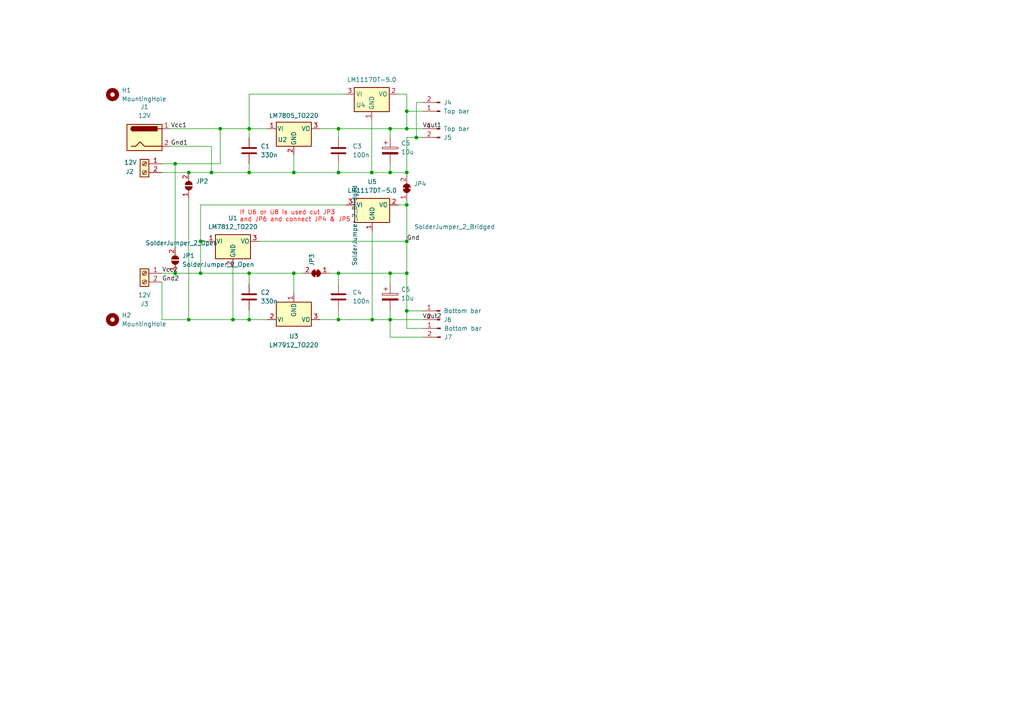
<source format=kicad_sch>
(kicad_sch (version 20231120) (generator "eeschema") (generator_version "8.0")
  (paper "A4")
  (title_block (title "Configurable Breadboard PSU") (date "2023-11-24") (rev "1.1.0"))
  (lib_symbols
    (symbol "Connector:Conn_01x02_Pin" (pin_names (offset 1.016) hide)
      (property "Reference" "J" (at 0 2.54 0))
      (property "Value" "Conn_01x02_Pin" (at 0 -5.08 0))
      (symbol "Conn_01x02_Pin_1_1"
        (polyline (pts (xy 1.27 -2.54) (xy 0.8636 -2.54)) (stroke (width 0.1524)))
        (polyline (pts (xy 1.27 0) (xy 0.8636 0)) (stroke (width 0.1524)))
        (rectangle (start 0.8636 -2.413) (end 0 -2.667) (stroke (width 0.1524)) (fill (type outline)))
        (rectangle (start 0.8636 0.127) (end 0 -0.127) (stroke (width 0.1524)) (fill (type outline)))
        (pin passive line (at 5.08 0 180) (length 3.81) (name "Pin_1") (number "1"))
        (pin passive line (at 5.08 -2.54 180) (length 3.81) (name "Pin_2") (number "2"))
      )
    )
    (symbol "Connector:Jack-DC" (pin_names (offset 1.016))
      (property "Reference" "J" (at 0 5.334 0))
      (property "Value" "Jack-DC" (at 0 -5.08 0))
      (symbol "Jack-DC_0_1"
        (rectangle (start -5.08 3.81) (end 5.08 -3.81) (stroke (width 0.254)) (fill (type background)))
        (arc (start -3.302 3.175) (mid -3.9343 2.54) (end -3.302 1.905) (stroke (width 0.254)))
        (arc (start -3.302 3.175) (mid -3.9343 2.54) (end -3.302 1.905) (stroke (width 0.254)) (fill (type outline)))
        (polyline (pts (xy 5.08 2.54) (xy 3.81 2.54)) (stroke (width 0.254)))
        (polyline (pts (xy -3.81 -2.54) (xy -2.54 -2.54) (xy -1.27 -1.27) (xy 0 -2.54) (xy 2.54 -2.54) (xy 5.08 -2.54)) (stroke (width 0.254)))
        (rectangle (start 3.683 3.175) (end -3.302 1.905) (stroke (width 0.254)) (fill (type outline)))
      )
      (symbol "Jack-DC_1_1"
        (pin passive line (at 7.62 2.54 180) (length 2.54) (name "~") (number "1"))
        (pin passive line (at 7.62 -2.54 180) (length 2.54) (name "~") (number "2"))
      )
    )
    (symbol "Connector:Screw_Terminal_01x02" (pin_names (offset 1.016) hide)
      (property "Reference" "J" (at 0 2.54 0))
      (property "Value" "Screw_Terminal_01x02" (at 0 -5.08 0))
      (symbol "Screw_Terminal_01x02_1_1"
        (rectangle (start -1.27 1.27) (end 1.27 -3.81) (stroke (width 0.254)) (fill (type background)))
        (circle (center 0 -2.54) (radius 0.635) (stroke (width 0.1524)))
        (polyline (pts (xy -0.5334 -2.2098) (xy 0.3302 -3.048)) (stroke (width 0.1524)))
        (polyline (pts (xy -0.5334 0.3302) (xy 0.3302 -0.508)) (stroke (width 0.1524)))
        (polyline (pts (xy -0.3556 -2.032) (xy 0.508 -2.8702)) (stroke (width 0.1524)))
        (polyline (pts (xy -0.3556 0.508) (xy 0.508 -0.3302)) (stroke (width 0.1524)))
        (circle (center 0 0) (radius 0.635) (stroke (width 0.1524)))
        (pin passive line (at -5.08 0 0) (length 3.81) (name "Pin_1") (number "1"))
        (pin passive line (at -5.08 -2.54 0) (length 3.81) (name "Pin_2") (number "2"))
      )
    )
    (symbol "Device:C" (pin_numbers hide) (pin_names (offset 0.254))
      (property "Reference" "C" (at 0.635 2.54 0))
      (property "Value" "C" (at 0.635 -2.54 0))
      (symbol "C_0_1"
        (polyline (pts (xy -2.032 -0.762) (xy 2.032 -0.762)) (stroke (width 0.508)))
        (polyline (pts (xy -2.032 0.762) (xy 2.032 0.762)) (stroke (width 0.508)))
      )
      (symbol "C_1_1"
        (pin passive line (at 0 3.81 270) (length 2.794) (name "~") (number "1"))
        (pin passive line (at 0 -3.81 90) (length 2.794) (name "~") (number "2"))
      )
    )
    (symbol "Device:C_Polarized" (pin_numbers hide) (pin_names (offset 0.254))
      (property "Reference" "C" (at 0.635 2.54 0))
      (property "Value" "C_Polarized" (at 0.635 -2.54 0))
      (symbol "C_Polarized_0_1"
        (rectangle (start -2.286 0.508) (end 2.286 1.016))
        (polyline (pts (xy -1.778 2.286) (xy -0.762 2.286)))
        (polyline (pts (xy -1.27 2.794) (xy -1.27 1.778)))
        (rectangle (start 2.286 -0.508) (end -2.286 -1.016) (fill (type outline)))
      )
      (symbol "C_Polarized_1_1"
        (pin passive line (at 0 3.81 270) (length 2.794) (name "~") (number "1"))
        (pin passive line (at 0 -3.81 90) (length 2.794) (name "~") (number "2"))
      )
    )
    (symbol "Jumper:SolderJumper_2_Bridged" (pin_names (offset 0) hide)
      (property "Reference" "JP" (at 0 2.032 0))
      (property "Value" "SolderJumper_2_Bridged" (at 0 -2.54 0))
      (symbol "SolderJumper_2_Bridged_0_1"
        (rectangle (start -0.508 0.508) (end 0.508 -0.508) (fill (type outline)))
        (arc (start -0.254 1.016) (mid -1.2656 0) (end -0.254 -1.016))
        (arc (start -0.254 1.016) (mid -1.2656 0) (end -0.254 -1.016) (fill (type outline)))
        (polyline (pts (xy -0.254 1.016) (xy -0.254 -1.016)))
        (polyline (pts (xy 0.254 1.016) (xy 0.254 -1.016)))
        (arc (start 0.254 -1.016) (mid 1.2656 0) (end 0.254 1.016))
        (arc (start 0.254 -1.016) (mid 1.2656 0) (end 0.254 1.016) (fill (type outline)))
      )
      (symbol "SolderJumper_2_Bridged_1_1"
        (pin passive line (at -3.81 0 0) (length 2.54) (name "A") (number "1"))
        (pin passive line (at 3.81 0 180) (length 2.54) (name "B") (number "2"))
      )
    )
    (symbol "Jumper:SolderJumper_2_Open" (pin_names (offset 0) hide)
      (property "Reference" "JP" (at 0 2.032 0))
      (property "Value" "SolderJumper_2_Open" (at 0 -2.54 0))
      (symbol "SolderJumper_2_Open_0_1"
        (arc (start -0.254 1.016) (mid -1.2656 0) (end -0.254 -1.016))
        (arc (start -0.254 1.016) (mid -1.2656 0) (end -0.254 -1.016) (fill (type outline)))
        (polyline (pts (xy -0.254 1.016) (xy -0.254 -1.016)))
        (polyline (pts (xy 0.254 1.016) (xy 0.254 -1.016)))
        (arc (start 0.254 -1.016) (mid 1.2656 0) (end 0.254 1.016))
        (arc (start 0.254 -1.016) (mid 1.2656 0) (end 0.254 1.016) (fill (type outline)))
      )
      (symbol "SolderJumper_2_Open_1_1"
        (pin passive line (at -3.81 0 0) (length 2.54) (name "A") (number "1"))
        (pin passive line (at 3.81 0 180) (length 2.54) (name "B") (number "2"))
      )
    )
    (symbol "Mechanical:MountingHole" (pin_names (offset 1.016))
      (property "Reference" "H" (at 0 5.08 0))
      (property "Value" "MountingHole" (at 0 3.175 0))
      (symbol "MountingHole_0_1"
        (circle (center 0 0) (radius 1.27) (stroke (width 1.27)))
      )
    )
    (symbol "Regulator_Linear:LM1117DT-1.8"
      (property "Reference" "U" (at -3.81 3.175 0))
      (property "Value" "LM1117DT-1.8" (at 0 3.175 0))
      (symbol "LM1117DT-1.8_0_1"
        (rectangle (start -5.08 -5.08) (end 5.08 1.905) (stroke (width 0.254)) (fill (type background)))
      )
      (symbol "LM1117DT-1.8_1_1"
        (pin power_in line (at 0 -7.62 90) (length 2.54) (name "GND") (number "1"))
        (pin power_out line (at 7.62 0 180) (length 2.54) (name "VO") (number "2"))
        (pin power_in line (at -7.62 0 0) (length 2.54) (name "VI") (number "3"))
      )
    )
    (symbol "Regulator_Linear:LM7805_TO220" (pin_names (offset 0.254))
      (property "Reference" "U" (at -3.81 3.175 0))
      (property "Value" "LM7805_TO220" (at 0 3.175 0))
      (symbol "LM7805_TO220_0_1"
        (rectangle (start -5.08 1.905) (end 5.08 -5.08) (stroke (width 0.254)) (fill (type background)))
      )
      (symbol "LM7805_TO220_1_1"
        (pin power_in line (at -7.62 0 0) (length 2.54) (name "VI") (number "1"))
        (pin power_in line (at 0 -7.62 90) (length 2.54) (name "GND") (number "2"))
        (pin power_out line (at 7.62 0 180) (length 2.54) (name "VO") (number "3"))
      )
    )
    (symbol "Regulator_Linear:LM7812_TO220" (pin_names (offset 0.254))
      (property "Reference" "U" (at -3.81 3.175 0))
      (property "Value" "LM7812_TO220" (at 0 3.175 0))
      (symbol "LM7812_TO220_0_1"
        (rectangle (start -5.08 1.905) (end 5.08 -5.08) (stroke (width 0.254)) (fill (type background)))
      )
      (symbol "LM7812_TO220_1_1"
        (pin power_in line (at -7.62 0 0) (length 2.54) (name "VI") (number "1"))
        (pin power_in line (at 0 -7.62 90) (length 2.54) (name "GND") (number "2"))
        (pin power_out line (at 7.62 0 180) (length 2.54) (name "VO") (number "3"))
      )
    )
    (symbol "Regulator_Linear:LM7912_TO220" (pin_names (offset 0.254))
      (property "Reference" "U" (at -3.81 -3.175 0))
      (property "Value" "LM7912_TO220" (at 0 -3.175 0))
      (symbol "LM7912_TO220_0_1"
        (rectangle (start -5.08 5.08) (end 5.08 -1.905) (stroke (width 0.254)) (fill (type background)))
      )
      (symbol "LM7912_TO220_1_1"
        (pin power_in line (at 0 7.62 270) (length 2.54) (name "GND") (number "1"))
        (pin power_in line (at -7.62 0 0) (length 2.54) (name "VI") (number "2"))
        (pin power_out line (at 7.62 0 180) (length 2.54) (name "VO") (number "3"))
      )
    )
  )
  (junction (at 50.8 47.498))
  (junction (at 120.777 39.878))
  (junction (at 58.166 79.248))
  (junction (at 113.157 79.248))
  (junction (at 113.157 37.338))
  (junction (at 98.171 50.038))
  (junction (at 117.983 59.436))
  (junction (at 117.983 50.038))
  (junction (at 117.983 32.258))
  (junction (at 113.157 92.71))
  (junction (at 72.263 79.248))
  (junction (at 58.166 69.977))
  (junction (at 63.881 37.338))
  (junction (at 50.8 79.248))
  (junction (at 113.157 50.038))
  (junction (at 117.983 37.338))
  (junction (at 54.737 92.71))
  (junction (at 107.95 92.71))
  (junction (at 107.823 50.038))
  (junction (at 85.217 50.038))
  (junction (at 85.217 79.248))
  (junction (at 61.341 50.038))
  (junction (at 98.171 37.338))
  (junction (at 117.983 90.17))
  (junction (at 72.263 50.038))
  (junction (at 72.263 92.71))
  (junction (at 98.171 79.248))
  (junction (at 67.564 92.71))
  (junction (at 117.983 69.977))
  (junction (at 72.263 37.338))
  (junction (at 98.171 92.71))
  (junction (at 117.983 79.248))
  (junction (at 54.737 50.038))
  (wire (pts (xy 113.157 92.71) (xy 122.555 92.71)))
  (wire (pts (xy 113.157 47.498) (xy 113.157 50.038)))
  (wire (pts (xy 49.53 37.338) (xy 63.881 37.338)))
  (wire (pts (xy 98.171 37.338) (xy 98.171 39.878)))
  (wire (pts (xy 107.823 34.925) (xy 107.823 50.038)))
  (wire (pts (xy 50.8 47.498) (xy 63.881 47.498)))
  (wire (pts (xy 100.203 27.305) (xy 72.263 27.305)))
  (wire (pts (xy 61.341 42.418) (xy 61.341 50.038)))
  (wire (pts (xy 98.171 47.498) (xy 98.171 50.038)))
  (wire (pts (xy 72.263 79.248) (xy 85.217 79.248)))
  (wire (pts (xy 54.737 57.658) (xy 54.737 92.71)))
  (wire (pts (xy 122.682 97.79) (xy 113.157 97.79)))
  (wire (pts (xy 100.33 59.436) (xy 58.166 59.436)))
  (wire (pts (xy 98.171 50.038) (xy 85.217 50.038)))
  (wire (pts (xy 92.837 37.338) (xy 98.171 37.338)))
  (wire (pts (xy 113.157 79.248) (xy 113.157 82.296)))
  (wire (pts (xy 117.983 69.977) (xy 117.983 79.248)))
  (wire (pts (xy 120.777 39.878) (xy 122.555 39.878)))
  (wire (pts (xy 85.217 44.958) (xy 85.217 50.038)))
  (wire (pts (xy 54.737 50.038) (xy 46.99 50.038)))
  (wire (pts (xy 58.166 69.977) (xy 59.944 69.977)))
  (wire (pts (xy 63.881 37.338) (xy 72.263 37.338)))
  (wire (pts (xy 98.171 79.248) (xy 98.171 82.296)))
  (wire (pts (xy 63.881 47.498) (xy 63.881 37.338)))
  (wire (pts (xy 115.443 27.305) (xy 117.983 27.305)))
  (wire (pts (xy 117.983 39.878) (xy 120.777 39.878)))
  (wire (pts (xy 67.564 77.597) (xy 67.564 92.71)))
  (wire (pts (xy 113.157 37.338) (xy 117.983 37.338)))
  (wire (pts (xy 72.263 47.498) (xy 72.263 50.038)))
  (wire (pts (xy 117.983 27.305) (xy 117.983 32.258)))
  (wire (pts (xy 61.341 50.038) (xy 72.263 50.038)))
  (wire (pts (xy 98.171 79.248) (xy 113.157 79.248)))
  (wire (pts (xy 72.263 92.71) (xy 77.597 92.71)))
  (wire (pts (xy 58.166 59.436) (xy 58.166 69.977)))
  (wire (pts (xy 107.95 67.056) (xy 107.95 92.71)))
  (wire (pts (xy 72.263 37.338) (xy 72.263 39.878)))
  (wire (pts (xy 115.57 59.436) (xy 117.983 59.436)))
  (wire (pts (xy 117.983 50.8) (xy 117.983 50.038)))
  (wire (pts (xy 58.166 79.248) (xy 72.263 79.248)))
  (wire (pts (xy 50.8 79.248) (xy 58.166 79.248)))
  (wire (pts (xy 122.682 95.25) (xy 117.983 95.25)))
  (wire (pts (xy 95.504 79.248) (xy 98.171 79.248)))
  (wire (pts (xy 113.157 89.916) (xy 113.157 92.71)))
  (wire (pts (xy 50.8 47.498) (xy 50.8 71.628)))
  (wire (pts (xy 117.983 58.42) (xy 117.983 59.436)))
  (wire (pts (xy 92.837 92.71) (xy 98.171 92.71)))
  (wire (pts (xy 107.95 92.71) (xy 113.157 92.71)))
  (wire (pts (xy 72.263 27.305) (xy 72.263 37.338)))
  (wire (pts (xy 117.983 59.436) (xy 117.983 69.977)))
  (wire (pts (xy 113.157 37.338) (xy 113.157 39.878)))
  (wire (pts (xy 61.341 42.418) (xy 49.53 42.418)))
  (wire (pts (xy 107.823 50.038) (xy 113.157 50.038)))
  (wire (pts (xy 87.884 79.248) (xy 85.217 79.248)))
  (wire (pts (xy 113.157 79.248) (xy 117.983 79.248)))
  (wire (pts (xy 85.217 79.248) (xy 85.217 85.09)))
  (wire (pts (xy 113.157 97.79) (xy 113.157 92.71)))
  (wire (pts (xy 117.983 39.878) (xy 117.983 50.038)))
  (wire (pts (xy 67.564 92.71) (xy 72.263 92.71)))
  (wire (pts (xy 117.983 37.338) (xy 122.555 37.338)))
  (wire (pts (xy 120.777 29.718) (xy 120.777 39.878)))
  (wire (pts (xy 72.263 89.916) (xy 72.263 92.71)))
  (wire (pts (xy 113.157 50.038) (xy 117.983 50.038)))
  (wire (pts (xy 85.217 50.038) (xy 72.263 50.038)))
  (wire (pts (xy 117.983 95.25) (xy 117.983 90.17)))
  (wire (pts (xy 61.341 50.038) (xy 54.737 50.038)))
  (wire (pts (xy 46.99 81.788) (xy 46.99 92.71)))
  (wire (pts (xy 122.555 32.258) (xy 117.983 32.258)))
  (wire (pts (xy 98.171 92.71) (xy 107.95 92.71)))
  (wire (pts (xy 72.263 79.248) (xy 72.263 82.296)))
  (wire (pts (xy 122.555 29.718) (xy 120.777 29.718)))
  (wire (pts (xy 46.99 92.71) (xy 54.737 92.71)))
  (wire (pts (xy 58.166 69.977) (xy 58.166 79.248)))
  (wire (pts (xy 117.983 90.17) (xy 122.555 90.17)))
  (wire (pts (xy 98.171 37.338) (xy 113.157 37.338)))
  (wire (pts (xy 117.983 79.248) (xy 117.983 90.17)))
  (wire (pts (xy 75.184 69.977) (xy 117.983 69.977)))
  (wire (pts (xy 98.171 50.038) (xy 107.823 50.038)))
  (wire (pts (xy 46.99 79.248) (xy 50.8 79.248)))
  (wire (pts (xy 46.99 47.498) (xy 50.8 47.498)))
  (wire (pts (xy 72.263 37.338) (xy 77.597 37.338)))
  (wire (pts (xy 98.171 89.916) (xy 98.171 92.71)))
  (wire (pts (xy 117.983 32.258) (xy 117.983 37.338)))
  (wire (pts (xy 54.737 92.71) (xy 67.564 92.71)))
  (text "If U6 or U8 is used cut JP3\nand JP6 and connect JP4 & JP5" (at 69.469 64.516 0) (effects (font (size 1.27 1.27)) (justify left bottom)))
  (label "Vout1" (at 122.555 37.338 0))
  (label "Gnd1" (at 49.53 42.418 0))
  (label "Gnd2" (at 46.99 81.788 0))
  (label "Vcc2" (at 46.99 79.248 0))
  (label "Vcc1" (at 49.53 37.338 0))
  (label "Gnd" (at 117.983 69.977 0))
  (label "Vout2" (at 122.555 92.71 0))
  (symbol (lib_id "Regulator_Linear:LM7805_TO220") (at 85.217 37.338 0) (unit 1)
    (property "Reference" "U2" (at 81.915 40.513 0))
    (property "Value" "LM7805_TO220" (at 85.217 33.528 0))
    (property "Footprint" "Package_TO_SOT_THT:TO-220-3_Horizontal_TabDown" (effects (hide yes)))
    (property "Datasheet" "https://www.onsemi.cn/PowerSolutions/document/MC7800-D.PDF" (effects (hide yes)))
  )
  (symbol (lib_id "Connector:Jack-DC") (at 41.91 39.878 0) (unit 1)
    (property "Reference" "J1" (at 41.91 30.988 0))
    (property "Value" "12V" (at 41.91 33.528 0))
    (property "Footprint" "Connector_BarrelJack:BarrelJack_Horizontal" (effects (hide yes)))
  )
  (symbol (lib_id "Device:C") (at 72.263 43.688 0) (unit 1)
    (property "Reference" "C1" (at 75.565 42.418 0) (effects (justify left)))
    (property "Value" "330n" (at 75.565 44.958 0) (effects (justify left)))
    (property "Footprint" "Capacitor_THT:CP_Radial_D4.0mm_P2.00mm" (effects (hide yes)))
  )
  (symbol (lib_id "Device:C") (at 72.263 86.106 0) (unit 1)
    (property "Reference" "C2" (at 75.565 84.836 0) (effects (justify left)))
    (property "Value" "330n" (at 75.565 87.376 0) (effects (justify left)))
    (property "Footprint" "Capacitor_THT:CP_Radial_D4.0mm_P2.00mm" (effects (hide yes)))
  )
  (symbol (lib_id "Connector:Conn_01x02_Pin") (at 127.635 32.258 180) (unit 1)
    (property "Reference" "J4" (at 128.651 29.718 0) (effects (justify right)))
    (property "Value" "Top bar" (at 128.651 32.258 0) (effects (justify right)))
    (property "Footprint" "Connector_PinHeader_2.54mm:PinHeader_1x02_P2.54mm_Vertical" (effects (hide yes)))
  )
  (symbol (lib_id "Device:C") (at 98.171 43.688 0) (unit 1)
    (property "Reference" "C3" (at 102.235 42.418 0) (effects (justify left)))
    (property "Value" "100n" (at 102.235 44.958 0) (effects (justify left)))
    (property "Footprint" "Capacitor_THT:CP_Radial_D4.0mm_P2.00mm" (effects (hide yes)))
  )
  (symbol (lib_id "Connector:Screw_Terminal_01x02") (at 41.91 47.498 0) (mirror y) (unit 1)
    (property "Reference" "J2" (at 37.592 49.784 0))
    (property "Value" "12V" (at 37.846 47.117 0))
    (property "Footprint" "TerminalBlock_Phoenix:TerminalBlock_Phoenix_MKDS-1,5-2-5.08_1x02_P5.08mm_Horizontal" (effects (hide yes)))
  )
  (symbol (lib_id "Connector:Conn_01x02_Pin") (at 127.762 95.25 0) (mirror y) (unit 1)
    (property "Reference" "J7" (at 128.778 97.79 0) (effects (justify right)))
    (property "Value" "Bottom bar" (at 128.778 95.25 0) (effects (justify right)))
    (property "Footprint" "Connector_PinHeader_2.54mm:PinHeader_1x02_P2.54mm_Vertical" (effects (hide yes)))
  )
  (symbol (lib_id "Regulator_Linear:LM1117DT-1.8") (at 107.823 27.305 0) (unit 1)
    (property "Reference" "U4" (at 104.648 30.48 0))
    (property "Value" "LM1117DT-5.0" (at 107.823 23.114 0))
    (property "Footprint" "Package_TO_SOT_SMD:SOT-223-3_TabPin2" (effects (hide yes)))
    (property "Datasheet" "http://www.ti.com/lit/ds/symlink/lm1117.pdf" (effects (hide yes)))
  )
  (symbol (lib_id "Regulator_Linear:LM7912_TO220") (at 85.217 92.71 0) (unit 1)
    (property "Reference" "U3" (at 85.217 97.536 0))
    (property "Value" "LM7912_TO220" (at 85.217 100.076 0))
    (property "Footprint" "Package_TO_SOT_THT:TO-220-3_Horizontal_TabDown" (effects (hide yes)))
    (property "Datasheet" "hhttps://www.onsemi.com/pub/Collateral/MC7900-D.PDF" (effects (hide yes)))
  )
  (symbol (lib_id "Jumper:SolderJumper_2_Bridged") (at 117.983 54.61 90) (unit 1)
    (property "Reference" "JP4" (at 120.015 53.34 90) (effects (justify right)))
    (property "Value" "SolderJumper_2_Bridged" (at 120.142 65.786 90) (effects (justify right)))
    (property "Footprint" "Jumper:SolderJumper-2_P1.3mm_Bridged_Pad1.0x1.5mm" (effects (hide yes)))
  )
  (symbol (lib_id "Mechanical:MountingHole") (at 32.639 92.71 0) (unit 1)
    (property "Reference" "H2" (at 35.306 91.44 0) (effects (justify left)))
    (property "Value" "MountingHole" (at 35.306 93.98 0) (effects (justify left)))
    (property "Footprint" "MountingHole:MountingHole_3.2mm_M3_ISO14580_Pad_TopBottom" (effects (hide yes)))
  )
  (symbol (lib_id "Device:C_Polarized") (at 113.157 86.106 0) (unit 1)
    (property "Reference" "C6" (at 116.332 83.947 0) (effects (justify left)))
    (property "Value" "10u" (at 116.332 86.487 0) (effects (justify left)))
    (property "Footprint" "Capacitor_THT:CP_Radial_D6.3mm_P2.50mm" (effects (hide yes)))
  )
  (symbol (lib_id "Mechanical:MountingHole") (at 32.639 27.432 0) (unit 1)
    (property "Reference" "H1" (at 35.306 26.162 0) (effects (justify left)))
    (property "Value" "MountingHole" (at 35.306 28.702 0) (effects (justify left)))
    (property "Footprint" "MountingHole:MountingHole_3.2mm_M3_ISO14580_Pad_TopBottom" (effects (hide yes)))
  )
  (symbol (lib_id "Jumper:SolderJumper_2_Open") (at 50.8 75.438 90) (unit 1)
    (property "Reference" "JP1" (at 52.832 74.168 90) (effects (justify right)))
    (property "Value" "SolderJumper_2_Open" (at 52.832 76.708 90) (effects (justify right)))
    (property "Footprint" "Jumper:SolderJumper-2_P1.3mm_Open_Pad1.0x1.5mm" (effects (hide yes)))
  )
  (symbol (lib_id "Regulator_Linear:LM7812_TO220") (at 67.564 69.977 0) (unit 1)
    (property "Reference" "U1" (at 67.564 63.246 0))
    (property "Value" "LM7812_TO220" (at 67.564 65.786 0))
    (property "Footprint" "Package_TO_SOT_THT:TO-220-3_Horizontal_TabDown" (effects (hide yes)))
    (property "Datasheet" "https://www.onsemi.cn/PowerSolutions/document/MC7800-D.PDF" (effects (hide yes)))
  )
  (symbol (lib_id "Connector:Conn_01x02_Pin") (at 127.635 90.17 0) (mirror y) (unit 1)
    (property "Reference" "J6" (at 128.651 92.71 0) (effects (justify right)))
    (property "Value" "Bottom bar" (at 128.651 90.17 0) (effects (justify right)))
    (property "Footprint" "Connector_PinHeader_2.54mm:PinHeader_1x02_P2.54mm_Vertical" (effects (hide yes)))
  )
  (symbol (lib_id "Connector:Screw_Terminal_01x02") (at 41.91 79.248 0) (mirror y) (unit 1)
    (property "Reference" "J3" (at 41.91 88.138 0))
    (property "Value" "12V" (at 41.91 85.598 0))
    (property "Footprint" "TerminalBlock_Phoenix:TerminalBlock_Phoenix_MKDS-1,5-2-5.08_1x02_P5.08mm_Horizontal" (effects (hide yes)))
  )
  (symbol (lib_id "Device:C") (at 98.171 86.106 0) (unit 1)
    (property "Reference" "C4" (at 102.235 84.836 0) (effects (justify left)))
    (property "Value" "100n" (at 102.235 87.376 0) (effects (justify left)))
    (property "Footprint" "Capacitor_THT:CP_Radial_D4.0mm_P2.00mm" (effects (hide yes)))
  )
  (symbol (lib_id "Regulator_Linear:LM1117DT-1.8") (at 107.95 59.436 0) (unit 1)
    (property "Reference" "U5" (at 107.95 52.705 0))
    (property "Value" "LM1117DT-5.0" (at 107.95 55.245 0))
    (property "Footprint" "Package_TO_SOT_SMD:SOT-223-3_TabPin2" (effects (hide yes)))
    (property "Datasheet" "http://www.ti.com/lit/ds/symlink/lm1117.pdf" (effects (hide yes)))
  )
  (symbol (lib_id "Jumper:SolderJumper_2_Bridged") (at 91.694 79.248 180) (unit 1)
    (property "Reference" "JP3" (at 90.424 77.216 90) (effects (justify right)))
    (property "Value" "SolderJumper_2_Bridged" (at 102.87 77.089 90) (effects (justify right)))
    (property "Footprint" "Jumper:SolderJumper-2_P1.3mm_Bridged_Pad1.0x1.5mm" (effects (hide yes)))
  )
  (symbol (lib_id "Connector:Conn_01x02_Pin") (at 127.635 37.338 0) (mirror y) (unit 1)
    (property "Reference" "J5" (at 128.651 39.878 0) (effects (justify right)))
    (property "Value" "Top bar" (at 128.651 37.338 0) (effects (justify right)))
    (property "Footprint" "Connector_PinHeader_2.54mm:PinHeader_1x02_P2.54mm_Vertical" (effects (hide yes)))
  )
  (symbol (lib_id "Jumper:SolderJumper_2_Open") (at 54.737 53.848 90) (unit 1)
    (property "Reference" "JP2" (at 56.769 52.578 90) (effects (justify right)))
    (property "Value" "SolderJumper_2_Open" (at 42.164 70.485 90) (effects (justify right)))
    (property "Footprint" "Jumper:SolderJumper-2_P1.3mm_Open_Pad1.0x1.5mm" (effects (hide yes)))
  )
  (symbol (lib_id "Device:C_Polarized") (at 113.157 43.688 0) (unit 1)
    (property "Reference" "C5" (at 116.332 41.529 0) (effects (justify left)))
    (property "Value" "10u" (at 116.332 44.069 0) (effects (justify left)))
    (property "Footprint" "Capacitor_THT:CP_Radial_D6.3mm_P2.50mm" (effects (hide yes)))
  )
)
</source>
